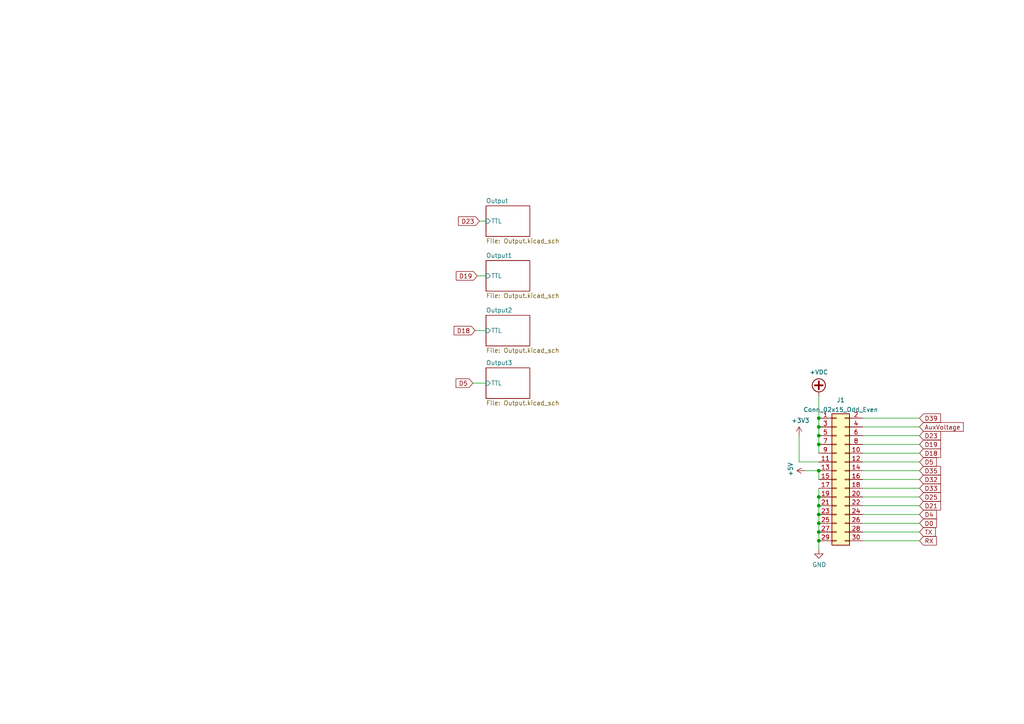
<source format=kicad_sch>
(kicad_sch (version 20211123) (generator eeschema)
  (paper "A4")
  (lib_symbols
    (symbol "Connector_Generic:Conn_02x15_Odd_Even" (pin_names (offset 1.016) hide)
      (property "Reference" "J" (at 1.27 20.32 0))
      (property "Value" "Conn_02x15_Odd_Even" (at 1.27 -20.32 0))
      (symbol "Conn_02x15_Odd_Even_1_1"
        (rectangle (start -1.27 -17.653) (end 0 -17.907) (stroke (width 0.1524)))
        (rectangle (start -1.27 -15.113) (end 0 -15.367) (stroke (width 0.1524)))
        (rectangle (start -1.27 -12.573) (end 0 -12.827) (stroke (width 0.1524)))
        (rectangle (start -1.27 -10.033) (end 0 -10.287) (stroke (width 0.1524)))
        (rectangle (start -1.27 -7.493) (end 0 -7.747) (stroke (width 0.1524)))
        (rectangle (start -1.27 -4.953) (end 0 -5.207) (stroke (width 0.1524)))
        (rectangle (start -1.27 -2.413) (end 0 -2.667) (stroke (width 0.1524)))
        (rectangle (start -1.27 0.127) (end 0 -0.127) (stroke (width 0.1524)))
        (rectangle (start -1.27 2.667) (end 0 2.413) (stroke (width 0.1524)))
        (rectangle (start -1.27 5.207) (end 0 4.953) (stroke (width 0.1524)))
        (rectangle (start -1.27 7.747) (end 0 7.493) (stroke (width 0.1524)))
        (rectangle (start -1.27 10.287) (end 0 10.033) (stroke (width 0.1524)))
        (rectangle (start -1.27 12.827) (end 0 12.573) (stroke (width 0.1524)))
        (rectangle (start -1.27 15.367) (end 0 15.113) (stroke (width 0.1524)))
        (rectangle (start -1.27 17.907) (end 0 17.653) (stroke (width 0.1524)))
        (rectangle (start -1.27 19.05) (end 3.81 -19.05) (stroke (width 0.254)) (fill (type background)))
        (rectangle (start 3.81 -17.653) (end 2.54 -17.907) (stroke (width 0.1524)))
        (rectangle (start 3.81 -15.113) (end 2.54 -15.367) (stroke (width 0.1524)))
        (rectangle (start 3.81 -12.573) (end 2.54 -12.827) (stroke (width 0.1524)))
        (rectangle (start 3.81 -10.033) (end 2.54 -10.287) (stroke (width 0.1524)))
        (rectangle (start 3.81 -7.493) (end 2.54 -7.747) (stroke (width 0.1524)))
        (rectangle (start 3.81 -4.953) (end 2.54 -5.207) (stroke (width 0.1524)))
        (rectangle (start 3.81 -2.413) (end 2.54 -2.667) (stroke (width 0.1524)))
        (rectangle (start 3.81 0.127) (end 2.54 -0.127) (stroke (width 0.1524)))
        (rectangle (start 3.81 2.667) (end 2.54 2.413) (stroke (width 0.1524)))
        (rectangle (start 3.81 5.207) (end 2.54 4.953) (stroke (width 0.1524)))
        (rectangle (start 3.81 7.747) (end 2.54 7.493) (stroke (width 0.1524)))
        (rectangle (start 3.81 10.287) (end 2.54 10.033) (stroke (width 0.1524)))
        (rectangle (start 3.81 12.827) (end 2.54 12.573) (stroke (width 0.1524)))
        (rectangle (start 3.81 15.367) (end 2.54 15.113) (stroke (width 0.1524)))
        (rectangle (start 3.81 17.907) (end 2.54 17.653) (stroke (width 0.1524)))
        (pin passive line (at -5.08 17.78 0) (length 3.81) (name "Pin_1") (number "1"))
        (pin passive line (at 7.62 7.62 180) (length 3.81) (name "Pin_10") (number "10"))
        (pin passive line (at -5.08 5.08 0) (length 3.81) (name "Pin_11") (number "11"))
        (pin passive line (at 7.62 5.08 180) (length 3.81) (name "Pin_12") (number "12"))
        (pin passive line (at -5.08 2.54 0) (length 3.81) (name "Pin_13") (number "13"))
        (pin passive line (at 7.62 2.54 180) (length 3.81) (name "Pin_14") (number "14"))
        (pin passive line (at -5.08 0 0) (length 3.81) (name "Pin_15") (number "15"))
        (pin passive line (at 7.62 0 180) (length 3.81) (name "Pin_16") (number "16"))
        (pin passive line (at -5.08 -2.54 0) (length 3.81) (name "Pin_17") (number "17"))
        (pin passive line (at 7.62 -2.54 180) (length 3.81) (name "Pin_18") (number "18"))
        (pin passive line (at -5.08 -5.08 0) (length 3.81) (name "Pin_19") (number "19"))
        (pin passive line (at 7.62 17.78 180) (length 3.81) (name "Pin_2") (number "2"))
        (pin passive line (at 7.62 -5.08 180) (length 3.81) (name "Pin_20") (number "20"))
        (pin passive line (at -5.08 -7.62 0) (length 3.81) (name "Pin_21") (number "21"))
        (pin passive line (at 7.62 -7.62 180) (length 3.81) (name "Pin_22") (number "22"))
        (pin passive line (at -5.08 -10.16 0) (length 3.81) (name "Pin_23") (number "23"))
        (pin passive line (at 7.62 -10.16 180) (length 3.81) (name "Pin_24") (number "24"))
        (pin passive line (at -5.08 -12.7 0) (length 3.81) (name "Pin_25") (number "25"))
        (pin passive line (at 7.62 -12.7 180) (length 3.81) (name "Pin_26") (number "26"))
        (pin passive line (at -5.08 -15.24 0) (length 3.81) (name "Pin_27") (number "27"))
        (pin passive line (at 7.62 -15.24 180) (length 3.81) (name "Pin_28") (number "28"))
        (pin passive line (at -5.08 -17.78 0) (length 3.81) (name "Pin_29") (number "29"))
        (pin passive line (at -5.08 15.24 0) (length 3.81) (name "Pin_3") (number "3"))
        (pin passive line (at 7.62 -17.78 180) (length 3.81) (name "Pin_30") (number "30"))
        (pin passive line (at 7.62 15.24 180) (length 3.81) (name "Pin_4") (number "4"))
        (pin passive line (at -5.08 12.7 0) (length 3.81) (name "Pin_5") (number "5"))
        (pin passive line (at 7.62 12.7 180) (length 3.81) (name "Pin_6") (number "6"))
        (pin passive line (at -5.08 10.16 0) (length 3.81) (name "Pin_7") (number "7"))
        (pin passive line (at 7.62 10.16 180) (length 3.81) (name "Pin_8") (number "8"))
        (pin passive line (at -5.08 7.62 0) (length 3.81) (name "Pin_9") (number "9"))
      )
    )
    (symbol "power:+3.3V" (power) (pin_names (offset 0))
      (property "Value" "+3.3V" (at 0 3.556 0))
      (symbol "+3.3V_0_1"
        (polyline (pts (xy -0.762 1.27) (xy 0 2.54)))
        (polyline (pts (xy 0 0) (xy 0 2.54)))
        (polyline (pts (xy 0 2.54) (xy 0.762 1.27)))
      )
      (symbol "+3.3V_1_1"
        (pin power_in line (at 0 0 90) (length 0) hide (name "+3V3") (number "1"))
      )
    )
    (symbol "power:+5V" (power) (pin_names (offset 0))
      (property "Value" "+5V" (at 0 3.556 0))
      (symbol "+5V_0_1"
        (polyline (pts (xy -0.762 1.27) (xy 0 2.54)))
        (polyline (pts (xy 0 0) (xy 0 2.54)))
        (polyline (pts (xy 0 2.54) (xy 0.762 1.27)))
      )
      (symbol "+5V_1_1"
        (pin power_in line (at 0 0 90) (length 0) hide (name "+5V") (number "1"))
      )
    )
    (symbol "power:+VDC" (power) (pin_names (offset 0))
      (property "Value" "+VDC" (at 0 6.35 0))
      (symbol "+VDC_0_1"
        (polyline (pts (xy -1.143 3.175) (xy 1.143 3.175)) (stroke (width 0.508)))
        (polyline (pts (xy 0 0) (xy 0 1.27)))
        (polyline (pts (xy 0 2.032) (xy 0 4.318)) (stroke (width 0.508)))
        (circle (center 0 3.175) (radius 1.905) (stroke (width 0.254)))
      )
      (symbol "+VDC_1_1"
        (pin power_in line (at 0 0 90) (length 0) hide (name "+VDC") (number "1"))
      )
    )
    (symbol "power:GND" (power) (pin_names (offset 0))
      (property "Value" "GND" (at 0 -3.81 0))
      (symbol "GND_0_1"
        (polyline (pts (xy 0 0) (xy 0 -1.27) (xy 1.27 -1.27) (xy 0 -2.54) (xy -1.27 -1.27) (xy 0 -1.27)))
      )
      (symbol "GND_1_1"
        (pin power_in line (at 0 0 270) (length 0) hide (name "GND") (number "1"))
      )
    )
  )
  (junction (at 237.49 121.285))
  (junction (at 237.49 128.905))
  (junction (at 237.49 154.305))
  (junction (at 237.49 126.365))
  (junction (at 237.49 123.825))
  (junction (at 237.49 144.145))
  (junction (at 237.49 156.845))
  (junction (at 237.49 149.225))
  (junction (at 237.49 146.685))
  (junction (at 237.49 136.525))
  (junction (at 237.49 151.765))
  (wire (pts (xy 250.19 144.145) (xy 266.7 144.145)))
  (wire (pts (xy 250.19 123.825) (xy 266.7 123.825)))
  (wire (pts (xy 237.49 123.825) (xy 237.49 126.365)))
  (wire (pts (xy 266.7 136.525) (xy 250.19 136.525)))
  (wire (pts (xy 237.49 121.285) (xy 237.49 123.825)))
  (wire (pts (xy 237.49 128.905) (xy 237.49 131.445)))
  (wire (pts (xy 250.19 154.305) (xy 266.7 154.305)))
  (wire (pts (xy 250.19 133.985) (xy 266.7 133.985)))
  (wire (pts (xy 237.49 133.985) (xy 231.775 133.985)))
  (wire (pts (xy 237.49 144.145) (xy 237.49 146.685)))
  (wire (pts (xy 237.49 151.765) (xy 237.49 154.305)))
  (wire (pts (xy 250.19 139.065) (xy 266.7 139.065)))
  (wire (pts (xy 266.7 131.445) (xy 250.19 131.445)))
  (wire (pts (xy 137.16 111.125) (xy 140.97 111.125)))
  (wire (pts (xy 231.775 126.365) (xy 231.775 133.985)))
  (wire (pts (xy 237.49 126.365) (xy 237.49 128.905)))
  (wire (pts (xy 250.19 151.765) (xy 266.7 151.765)))
  (wire (pts (xy 139.065 64.135) (xy 140.97 64.135)))
  (wire (pts (xy 237.49 154.305) (xy 237.49 156.845)))
  (wire (pts (xy 250.19 141.605) (xy 266.7 141.605)))
  (wire (pts (xy 266.7 126.365) (xy 250.19 126.365)))
  (wire (pts (xy 250.19 128.905) (xy 266.7 128.905)))
  (wire (pts (xy 250.19 149.225) (xy 266.7 149.225)))
  (wire (pts (xy 237.49 136.525) (xy 237.49 139.065)))
  (wire (pts (xy 237.49 146.685) (xy 237.49 149.225)))
  (wire (pts (xy 237.49 141.605) (xy 237.49 144.145)))
  (wire (pts (xy 237.49 156.845) (xy 237.49 159.385)))
  (wire (pts (xy 233.68 136.525) (xy 237.49 136.525)))
  (wire (pts (xy 138.43 80.01) (xy 140.97 80.01)))
  (wire (pts (xy 250.19 121.285) (xy 266.7 121.285)))
  (wire (pts (xy 237.49 149.225) (xy 237.49 151.765)))
  (wire (pts (xy 250.19 156.845) (xy 266.7 156.845)))
  (wire (pts (xy 237.49 114.935) (xy 237.49 121.285)))
  (wire (pts (xy 137.795 95.885) (xy 140.97 95.885)))
  (wire (pts (xy 250.19 146.685) (xy 266.7 146.685)))
  (global_label "D33" (shape input) (at 266.7 141.605 0) (property "Intersheet References" "${INTERSHEET_REFS}" (effects hide)))
  (global_label "RX" (shape input) (at 266.7 156.845 0) (property "Intersheet References" "${INTERSHEET_REFS}" (effects hide)))
  (global_label "D0" (shape input) (at 266.7 151.765 0) (property "Intersheet References" "${INTERSHEET_REFS}" (effects hide)))
  (global_label "D4" (shape input) (at 266.7 149.225 0) (property "Intersheet References" "${INTERSHEET_REFS}" (effects hide)))
  (global_label "TX" (shape input) (at 266.7 154.305 0) (property "Intersheet References" "${INTERSHEET_REFS}" (effects hide)))
  (global_label "D25" (shape input) (at 266.7 144.145 0) (property "Intersheet References" "${INTERSHEET_REFS}" (effects hide)))
  (global_label "D18" (shape input) (at 137.795 95.885 180) (property "Intersheet References" "${INTERSHEET_REFS}" (effects hide)))
  (global_label "D23" (shape input) (at 266.7 126.365 0) (property "Intersheet References" "${INTERSHEET_REFS}" (effects hide)))
  (global_label "AuxVoltage" (shape input) (at 266.7 123.825 0) (property "Intersheet References" "${INTERSHEET_REFS}" (effects hide)))
  (global_label "D19" (shape input) (at 138.43 80.01 180) (property "Intersheet References" "${INTERSHEET_REFS}" (effects hide)))
  (global_label "D21" (shape input) (at 266.7 146.685 0) (property "Intersheet References" "${INTERSHEET_REFS}" (effects hide)))
  (global_label "D5" (shape input) (at 137.16 111.125 180) (property "Intersheet References" "${INTERSHEET_REFS}" (effects hide)))
  (global_label "D19" (shape input) (at 266.7 128.905 0) (property "Intersheet References" "${INTERSHEET_REFS}" (effects hide)))
  (global_label "D32" (shape input) (at 266.7 139.065 0) (property "Intersheet References" "${INTERSHEET_REFS}" (effects hide)))
  (global_label "D5" (shape input) (at 266.7 133.985 0) (property "Intersheet References" "${INTERSHEET_REFS}" (effects hide)))
  (global_label "D39" (shape input) (at 266.7 121.285 0) (property "Intersheet References" "${INTERSHEET_REFS}" (effects hide)))
  (global_label "D18" (shape input) (at 266.7 131.445 0) (property "Intersheet References" "${INTERSHEET_REFS}" (effects hide)))
  (global_label "D23" (shape input) (at 139.065 64.135 180) (property "Intersheet References" "${INTERSHEET_REFS}" (effects hide)))
  (global_label "D35" (shape input) (at 266.7 136.525 0) (property "Intersheet References" "${INTERSHEET_REFS}" (effects hide)))
  (symbol (lib_id "power:+VDC") (at 237.49 114.935 0) (unit 1)
    (property "Reference" "#PWR011" (effects hide))
    (property "Value" "+VDC" (at 237.49 107.95 0))
  )
  (symbol (lib_id "power:GND") (at 237.49 159.385 0) (unit 1)
    (property "Reference" "#PWR012" (effects hide))
    (property "Value" "GND" (at 237.617 163.7792 0))
  )
  (symbol (lib_id "power:+5V") (at 233.68 136.525 90) (unit 1)
    (property "Reference" "#PWR010" (effects hide))
    (property "Value" "+5V" (at 229.2858 136.144 0))
  )
  (symbol (lib_id "power:+3.3V") (at 231.775 126.365 0) (unit 1)
    (property "Reference" "#PWR01" (effects hide))
    (property "Value" "+3.3V" (at 232.156 121.9708 0))
  )
  (symbol (lib_id "Connector_Generic:Conn_02x15_Odd_Even") (at 242.57 139.065 0) (unit 1)
    (property "Reference" "J1" (at 243.84 116.0485 0))
    (property "Value" "Conn_02x15_Odd_Even" (at 243.84 118.8236 0))
    (property "Footprint" "Connector_PinHeader_2.54mm:PinHeader_2x15_P2.54mm_Vertical" (effects hide))
  )
  (sheet (at 140.97 91.44) (size 12.7 8.89) (stroke (width 0.1524))
    (property "Sheet name" "Output2" (at 140.97 90.7284 0) (effects (justify left bottom)))
    (property "Sheet file" "Output.kicad_sch" (at 140.97 100.9146 0) (effects (justify left top)))
    (pin "TTL" input (at 140.97 95.885 180))
  )
  (sheet (at 140.97 59.69) (size 12.7 8.89) (stroke (width 0.1524))
    (property "Sheet name" "Output" (at 140.97 58.9784 0) (effects (justify left bottom)))
    (property "Sheet file" "Output.kicad_sch" (at 140.97 69.1646 0) (effects (justify left top)))
    (pin "TTL" input (at 140.97 64.135 180))
  )
  (sheet (at 140.97 106.68) (size 12.7 8.89) (stroke (width 0.1524))
    (property "Sheet name" "Output3" (at 140.97 105.9684 0) (effects (justify left bottom)))
    (property "Sheet file" "Output.kicad_sch" (at 140.97 116.1546 0) (effects (justify left top)))
    (pin "TTL" input (at 140.97 111.125 180))
  )
  (sheet (at 140.97 75.565) (size 12.7 8.89) (stroke (width 0.1524))
    (property "Sheet name" "Output1" (at 140.97 74.8534 0) (effects (justify left bottom)))
    (property "Sheet file" "Output.kicad_sch" (at 140.97 85.0396 0) (effects (justify left top)))
    (pin "TTL" input (at 140.97 80.01 180))
  )
)
</source>
